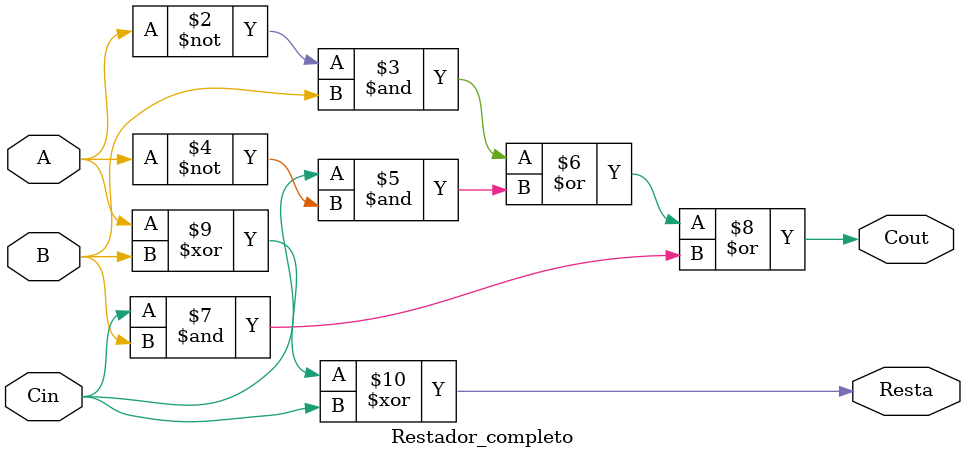
<source format=sv>
module Restador_completo (
			input logic A, B, Cin,
			output logic Cout, Resta
);

always_comb begin
	Cout = (~A & B) | (Cin & (~A)) | (Cin & B);
	Resta = (A ^ B) ^ Cin;
	
end

endmodule
</source>
